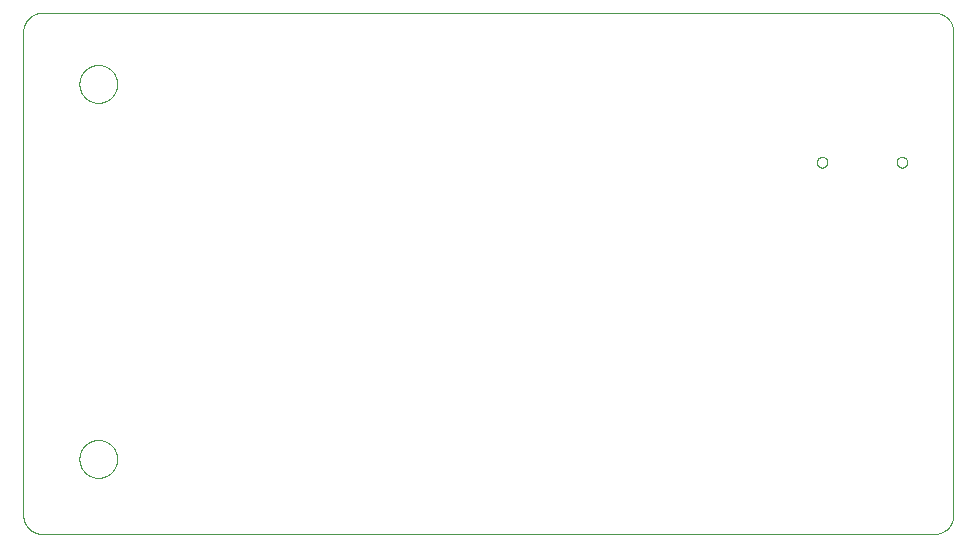
<source format=gko>
G75*
%MOIN*%
%OFA0B0*%
%FSLAX25Y25*%
%IPPOS*%
%LPD*%
%AMOC8*
5,1,8,0,0,1.08239X$1,22.5*
%
%ADD10C,0.00000*%
D10*
X0000000Y0006250D02*
X0000000Y0167450D01*
X0000000Y0167460D01*
X0000002Y0167616D01*
X0000008Y0167771D01*
X0000018Y0167927D01*
X0000032Y0168082D01*
X0000050Y0168236D01*
X0000071Y0168390D01*
X0000097Y0168544D01*
X0000126Y0168697D01*
X0000159Y0168849D01*
X0000195Y0169000D01*
X0000236Y0169151D01*
X0000280Y0169300D01*
X0000328Y0169448D01*
X0000380Y0169595D01*
X0000435Y0169740D01*
X0000494Y0169885D01*
X0000556Y0170027D01*
X0000622Y0170168D01*
X0000691Y0170308D01*
X0000764Y0170445D01*
X0000841Y0170581D01*
X0000920Y0170715D01*
X0001003Y0170846D01*
X0001090Y0170976D01*
X0001179Y0171103D01*
X0001271Y0171228D01*
X0001367Y0171351D01*
X0001466Y0171472D01*
X0001567Y0171590D01*
X0001672Y0171705D01*
X0001779Y0171818D01*
X0001890Y0171928D01*
X0002002Y0172035D01*
X0002118Y0172139D01*
X0002236Y0172241D01*
X0002357Y0172339D01*
X0002480Y0172435D01*
X0002605Y0172527D01*
X0002732Y0172616D01*
X0002862Y0172702D01*
X0002994Y0172785D01*
X0003128Y0172864D01*
X0003264Y0172940D01*
X0003401Y0173013D01*
X0003541Y0173082D01*
X0003682Y0173148D01*
X0003825Y0173210D01*
X0003969Y0173269D01*
X0004114Y0173324D01*
X0004261Y0173375D01*
X0004410Y0173423D01*
X0004559Y0173467D01*
X0004709Y0173507D01*
X0004861Y0173544D01*
X0005013Y0173576D01*
X0005166Y0173605D01*
X0005319Y0173630D01*
X0005474Y0173652D01*
X0005628Y0173669D01*
X0005783Y0173683D01*
X0005939Y0173692D01*
X0006094Y0173698D01*
X0006250Y0173700D01*
X0303750Y0173700D01*
X0303906Y0173698D01*
X0304062Y0173692D01*
X0304217Y0173683D01*
X0304372Y0173669D01*
X0304527Y0173651D01*
X0304682Y0173630D01*
X0304835Y0173605D01*
X0304988Y0173576D01*
X0305141Y0173543D01*
X0305292Y0173507D01*
X0305443Y0173466D01*
X0305592Y0173422D01*
X0305741Y0173375D01*
X0305888Y0173323D01*
X0306033Y0173268D01*
X0306178Y0173209D01*
X0306321Y0173147D01*
X0306462Y0173081D01*
X0306601Y0173012D01*
X0306739Y0172939D01*
X0306875Y0172863D01*
X0307009Y0172783D01*
X0307141Y0172700D01*
X0307271Y0172614D01*
X0307398Y0172525D01*
X0307524Y0172432D01*
X0307647Y0172336D01*
X0307767Y0172238D01*
X0307886Y0172136D01*
X0308001Y0172032D01*
X0308114Y0171924D01*
X0308224Y0171814D01*
X0308332Y0171701D01*
X0308436Y0171586D01*
X0308538Y0171467D01*
X0308636Y0171347D01*
X0308732Y0171224D01*
X0308825Y0171098D01*
X0308914Y0170971D01*
X0309000Y0170841D01*
X0309083Y0170709D01*
X0309163Y0170575D01*
X0309239Y0170439D01*
X0309312Y0170301D01*
X0309381Y0170162D01*
X0309447Y0170021D01*
X0309509Y0169878D01*
X0309568Y0169733D01*
X0309623Y0169588D01*
X0309675Y0169441D01*
X0309722Y0169292D01*
X0309766Y0169143D01*
X0309807Y0168992D01*
X0309843Y0168841D01*
X0309876Y0168688D01*
X0309905Y0168535D01*
X0309930Y0168382D01*
X0309951Y0168227D01*
X0309969Y0168072D01*
X0309983Y0167917D01*
X0309992Y0167762D01*
X0309998Y0167606D01*
X0310000Y0167450D01*
X0310000Y0006250D01*
X0309998Y0006094D01*
X0309992Y0005938D01*
X0309983Y0005783D01*
X0309969Y0005628D01*
X0309951Y0005473D01*
X0309930Y0005318D01*
X0309905Y0005165D01*
X0309876Y0005012D01*
X0309843Y0004859D01*
X0309807Y0004708D01*
X0309766Y0004557D01*
X0309722Y0004408D01*
X0309675Y0004259D01*
X0309623Y0004112D01*
X0309568Y0003967D01*
X0309509Y0003822D01*
X0309447Y0003679D01*
X0309381Y0003538D01*
X0309312Y0003399D01*
X0309239Y0003261D01*
X0309163Y0003125D01*
X0309083Y0002991D01*
X0309000Y0002859D01*
X0308914Y0002729D01*
X0308825Y0002602D01*
X0308732Y0002476D01*
X0308636Y0002353D01*
X0308538Y0002233D01*
X0308436Y0002114D01*
X0308332Y0001999D01*
X0308224Y0001886D01*
X0308114Y0001776D01*
X0308001Y0001668D01*
X0307886Y0001564D01*
X0307767Y0001462D01*
X0307647Y0001364D01*
X0307524Y0001268D01*
X0307398Y0001175D01*
X0307271Y0001086D01*
X0307141Y0001000D01*
X0307009Y0000917D01*
X0306875Y0000837D01*
X0306739Y0000761D01*
X0306601Y0000688D01*
X0306462Y0000619D01*
X0306321Y0000553D01*
X0306178Y0000491D01*
X0306033Y0000432D01*
X0305888Y0000377D01*
X0305741Y0000325D01*
X0305592Y0000278D01*
X0305443Y0000234D01*
X0305292Y0000193D01*
X0305141Y0000157D01*
X0304988Y0000124D01*
X0304835Y0000095D01*
X0304682Y0000070D01*
X0304527Y0000049D01*
X0304372Y0000031D01*
X0304217Y0000017D01*
X0304062Y0000008D01*
X0303906Y0000002D01*
X0303750Y0000000D01*
X0006250Y0000000D01*
X0006094Y0000002D01*
X0005938Y0000008D01*
X0005783Y0000017D01*
X0005628Y0000031D01*
X0005473Y0000049D01*
X0005318Y0000070D01*
X0005165Y0000095D01*
X0005012Y0000124D01*
X0004859Y0000157D01*
X0004708Y0000193D01*
X0004557Y0000234D01*
X0004408Y0000278D01*
X0004259Y0000325D01*
X0004112Y0000377D01*
X0003967Y0000432D01*
X0003822Y0000491D01*
X0003679Y0000553D01*
X0003538Y0000619D01*
X0003399Y0000688D01*
X0003261Y0000761D01*
X0003125Y0000837D01*
X0002991Y0000917D01*
X0002859Y0001000D01*
X0002729Y0001086D01*
X0002602Y0001175D01*
X0002476Y0001268D01*
X0002353Y0001364D01*
X0002233Y0001462D01*
X0002114Y0001564D01*
X0001999Y0001668D01*
X0001886Y0001776D01*
X0001776Y0001886D01*
X0001668Y0001999D01*
X0001564Y0002114D01*
X0001462Y0002233D01*
X0001364Y0002353D01*
X0001268Y0002476D01*
X0001175Y0002602D01*
X0001086Y0002729D01*
X0001000Y0002859D01*
X0000917Y0002991D01*
X0000837Y0003125D01*
X0000761Y0003261D01*
X0000688Y0003399D01*
X0000619Y0003538D01*
X0000553Y0003679D01*
X0000491Y0003822D01*
X0000432Y0003967D01*
X0000377Y0004112D01*
X0000325Y0004259D01*
X0000278Y0004408D01*
X0000234Y0004557D01*
X0000193Y0004708D01*
X0000157Y0004859D01*
X0000124Y0005012D01*
X0000095Y0005165D01*
X0000070Y0005318D01*
X0000049Y0005473D01*
X0000031Y0005628D01*
X0000017Y0005783D01*
X0000008Y0005938D01*
X0000002Y0006094D01*
X0000000Y0006250D01*
X0000000Y0167450D02*
X0000000Y0167460D01*
X0018701Y0150000D02*
X0018703Y0150158D01*
X0018709Y0150316D01*
X0018719Y0150474D01*
X0018733Y0150632D01*
X0018751Y0150789D01*
X0018772Y0150946D01*
X0018798Y0151102D01*
X0018828Y0151258D01*
X0018861Y0151413D01*
X0018899Y0151566D01*
X0018940Y0151719D01*
X0018985Y0151871D01*
X0019034Y0152022D01*
X0019087Y0152171D01*
X0019143Y0152319D01*
X0019203Y0152465D01*
X0019267Y0152610D01*
X0019335Y0152753D01*
X0019406Y0152895D01*
X0019480Y0153035D01*
X0019558Y0153172D01*
X0019640Y0153308D01*
X0019724Y0153442D01*
X0019813Y0153573D01*
X0019904Y0153702D01*
X0019999Y0153829D01*
X0020096Y0153954D01*
X0020197Y0154076D01*
X0020301Y0154195D01*
X0020408Y0154312D01*
X0020518Y0154426D01*
X0020631Y0154537D01*
X0020746Y0154646D01*
X0020864Y0154751D01*
X0020985Y0154853D01*
X0021108Y0154953D01*
X0021234Y0155049D01*
X0021362Y0155142D01*
X0021492Y0155232D01*
X0021625Y0155318D01*
X0021760Y0155402D01*
X0021896Y0155481D01*
X0022035Y0155558D01*
X0022176Y0155630D01*
X0022318Y0155700D01*
X0022462Y0155765D01*
X0022608Y0155827D01*
X0022755Y0155885D01*
X0022904Y0155940D01*
X0023054Y0155991D01*
X0023205Y0156038D01*
X0023357Y0156081D01*
X0023510Y0156120D01*
X0023665Y0156156D01*
X0023820Y0156187D01*
X0023976Y0156215D01*
X0024132Y0156239D01*
X0024289Y0156259D01*
X0024447Y0156275D01*
X0024604Y0156287D01*
X0024763Y0156295D01*
X0024921Y0156299D01*
X0025079Y0156299D01*
X0025237Y0156295D01*
X0025396Y0156287D01*
X0025553Y0156275D01*
X0025711Y0156259D01*
X0025868Y0156239D01*
X0026024Y0156215D01*
X0026180Y0156187D01*
X0026335Y0156156D01*
X0026490Y0156120D01*
X0026643Y0156081D01*
X0026795Y0156038D01*
X0026946Y0155991D01*
X0027096Y0155940D01*
X0027245Y0155885D01*
X0027392Y0155827D01*
X0027538Y0155765D01*
X0027682Y0155700D01*
X0027824Y0155630D01*
X0027965Y0155558D01*
X0028104Y0155481D01*
X0028240Y0155402D01*
X0028375Y0155318D01*
X0028508Y0155232D01*
X0028638Y0155142D01*
X0028766Y0155049D01*
X0028892Y0154953D01*
X0029015Y0154853D01*
X0029136Y0154751D01*
X0029254Y0154646D01*
X0029369Y0154537D01*
X0029482Y0154426D01*
X0029592Y0154312D01*
X0029699Y0154195D01*
X0029803Y0154076D01*
X0029904Y0153954D01*
X0030001Y0153829D01*
X0030096Y0153702D01*
X0030187Y0153573D01*
X0030276Y0153442D01*
X0030360Y0153308D01*
X0030442Y0153172D01*
X0030520Y0153035D01*
X0030594Y0152895D01*
X0030665Y0152753D01*
X0030733Y0152610D01*
X0030797Y0152465D01*
X0030857Y0152319D01*
X0030913Y0152171D01*
X0030966Y0152022D01*
X0031015Y0151871D01*
X0031060Y0151719D01*
X0031101Y0151566D01*
X0031139Y0151413D01*
X0031172Y0151258D01*
X0031202Y0151102D01*
X0031228Y0150946D01*
X0031249Y0150789D01*
X0031267Y0150632D01*
X0031281Y0150474D01*
X0031291Y0150316D01*
X0031297Y0150158D01*
X0031299Y0150000D01*
X0031297Y0149842D01*
X0031291Y0149684D01*
X0031281Y0149526D01*
X0031267Y0149368D01*
X0031249Y0149211D01*
X0031228Y0149054D01*
X0031202Y0148898D01*
X0031172Y0148742D01*
X0031139Y0148587D01*
X0031101Y0148434D01*
X0031060Y0148281D01*
X0031015Y0148129D01*
X0030966Y0147978D01*
X0030913Y0147829D01*
X0030857Y0147681D01*
X0030797Y0147535D01*
X0030733Y0147390D01*
X0030665Y0147247D01*
X0030594Y0147105D01*
X0030520Y0146965D01*
X0030442Y0146828D01*
X0030360Y0146692D01*
X0030276Y0146558D01*
X0030187Y0146427D01*
X0030096Y0146298D01*
X0030001Y0146171D01*
X0029904Y0146046D01*
X0029803Y0145924D01*
X0029699Y0145805D01*
X0029592Y0145688D01*
X0029482Y0145574D01*
X0029369Y0145463D01*
X0029254Y0145354D01*
X0029136Y0145249D01*
X0029015Y0145147D01*
X0028892Y0145047D01*
X0028766Y0144951D01*
X0028638Y0144858D01*
X0028508Y0144768D01*
X0028375Y0144682D01*
X0028240Y0144598D01*
X0028104Y0144519D01*
X0027965Y0144442D01*
X0027824Y0144370D01*
X0027682Y0144300D01*
X0027538Y0144235D01*
X0027392Y0144173D01*
X0027245Y0144115D01*
X0027096Y0144060D01*
X0026946Y0144009D01*
X0026795Y0143962D01*
X0026643Y0143919D01*
X0026490Y0143880D01*
X0026335Y0143844D01*
X0026180Y0143813D01*
X0026024Y0143785D01*
X0025868Y0143761D01*
X0025711Y0143741D01*
X0025553Y0143725D01*
X0025396Y0143713D01*
X0025237Y0143705D01*
X0025079Y0143701D01*
X0024921Y0143701D01*
X0024763Y0143705D01*
X0024604Y0143713D01*
X0024447Y0143725D01*
X0024289Y0143741D01*
X0024132Y0143761D01*
X0023976Y0143785D01*
X0023820Y0143813D01*
X0023665Y0143844D01*
X0023510Y0143880D01*
X0023357Y0143919D01*
X0023205Y0143962D01*
X0023054Y0144009D01*
X0022904Y0144060D01*
X0022755Y0144115D01*
X0022608Y0144173D01*
X0022462Y0144235D01*
X0022318Y0144300D01*
X0022176Y0144370D01*
X0022035Y0144442D01*
X0021896Y0144519D01*
X0021760Y0144598D01*
X0021625Y0144682D01*
X0021492Y0144768D01*
X0021362Y0144858D01*
X0021234Y0144951D01*
X0021108Y0145047D01*
X0020985Y0145147D01*
X0020864Y0145249D01*
X0020746Y0145354D01*
X0020631Y0145463D01*
X0020518Y0145574D01*
X0020408Y0145688D01*
X0020301Y0145805D01*
X0020197Y0145924D01*
X0020096Y0146046D01*
X0019999Y0146171D01*
X0019904Y0146298D01*
X0019813Y0146427D01*
X0019724Y0146558D01*
X0019640Y0146692D01*
X0019558Y0146828D01*
X0019480Y0146965D01*
X0019406Y0147105D01*
X0019335Y0147247D01*
X0019267Y0147390D01*
X0019203Y0147535D01*
X0019143Y0147681D01*
X0019087Y0147829D01*
X0019034Y0147978D01*
X0018985Y0148129D01*
X0018940Y0148281D01*
X0018899Y0148434D01*
X0018861Y0148587D01*
X0018828Y0148742D01*
X0018798Y0148898D01*
X0018772Y0149054D01*
X0018751Y0149211D01*
X0018733Y0149368D01*
X0018719Y0149526D01*
X0018709Y0149684D01*
X0018703Y0149842D01*
X0018701Y0150000D01*
X0018701Y0025000D02*
X0018703Y0025158D01*
X0018709Y0025316D01*
X0018719Y0025474D01*
X0018733Y0025632D01*
X0018751Y0025789D01*
X0018772Y0025946D01*
X0018798Y0026102D01*
X0018828Y0026258D01*
X0018861Y0026413D01*
X0018899Y0026566D01*
X0018940Y0026719D01*
X0018985Y0026871D01*
X0019034Y0027022D01*
X0019087Y0027171D01*
X0019143Y0027319D01*
X0019203Y0027465D01*
X0019267Y0027610D01*
X0019335Y0027753D01*
X0019406Y0027895D01*
X0019480Y0028035D01*
X0019558Y0028172D01*
X0019640Y0028308D01*
X0019724Y0028442D01*
X0019813Y0028573D01*
X0019904Y0028702D01*
X0019999Y0028829D01*
X0020096Y0028954D01*
X0020197Y0029076D01*
X0020301Y0029195D01*
X0020408Y0029312D01*
X0020518Y0029426D01*
X0020631Y0029537D01*
X0020746Y0029646D01*
X0020864Y0029751D01*
X0020985Y0029853D01*
X0021108Y0029953D01*
X0021234Y0030049D01*
X0021362Y0030142D01*
X0021492Y0030232D01*
X0021625Y0030318D01*
X0021760Y0030402D01*
X0021896Y0030481D01*
X0022035Y0030558D01*
X0022176Y0030630D01*
X0022318Y0030700D01*
X0022462Y0030765D01*
X0022608Y0030827D01*
X0022755Y0030885D01*
X0022904Y0030940D01*
X0023054Y0030991D01*
X0023205Y0031038D01*
X0023357Y0031081D01*
X0023510Y0031120D01*
X0023665Y0031156D01*
X0023820Y0031187D01*
X0023976Y0031215D01*
X0024132Y0031239D01*
X0024289Y0031259D01*
X0024447Y0031275D01*
X0024604Y0031287D01*
X0024763Y0031295D01*
X0024921Y0031299D01*
X0025079Y0031299D01*
X0025237Y0031295D01*
X0025396Y0031287D01*
X0025553Y0031275D01*
X0025711Y0031259D01*
X0025868Y0031239D01*
X0026024Y0031215D01*
X0026180Y0031187D01*
X0026335Y0031156D01*
X0026490Y0031120D01*
X0026643Y0031081D01*
X0026795Y0031038D01*
X0026946Y0030991D01*
X0027096Y0030940D01*
X0027245Y0030885D01*
X0027392Y0030827D01*
X0027538Y0030765D01*
X0027682Y0030700D01*
X0027824Y0030630D01*
X0027965Y0030558D01*
X0028104Y0030481D01*
X0028240Y0030402D01*
X0028375Y0030318D01*
X0028508Y0030232D01*
X0028638Y0030142D01*
X0028766Y0030049D01*
X0028892Y0029953D01*
X0029015Y0029853D01*
X0029136Y0029751D01*
X0029254Y0029646D01*
X0029369Y0029537D01*
X0029482Y0029426D01*
X0029592Y0029312D01*
X0029699Y0029195D01*
X0029803Y0029076D01*
X0029904Y0028954D01*
X0030001Y0028829D01*
X0030096Y0028702D01*
X0030187Y0028573D01*
X0030276Y0028442D01*
X0030360Y0028308D01*
X0030442Y0028172D01*
X0030520Y0028035D01*
X0030594Y0027895D01*
X0030665Y0027753D01*
X0030733Y0027610D01*
X0030797Y0027465D01*
X0030857Y0027319D01*
X0030913Y0027171D01*
X0030966Y0027022D01*
X0031015Y0026871D01*
X0031060Y0026719D01*
X0031101Y0026566D01*
X0031139Y0026413D01*
X0031172Y0026258D01*
X0031202Y0026102D01*
X0031228Y0025946D01*
X0031249Y0025789D01*
X0031267Y0025632D01*
X0031281Y0025474D01*
X0031291Y0025316D01*
X0031297Y0025158D01*
X0031299Y0025000D01*
X0031297Y0024842D01*
X0031291Y0024684D01*
X0031281Y0024526D01*
X0031267Y0024368D01*
X0031249Y0024211D01*
X0031228Y0024054D01*
X0031202Y0023898D01*
X0031172Y0023742D01*
X0031139Y0023587D01*
X0031101Y0023434D01*
X0031060Y0023281D01*
X0031015Y0023129D01*
X0030966Y0022978D01*
X0030913Y0022829D01*
X0030857Y0022681D01*
X0030797Y0022535D01*
X0030733Y0022390D01*
X0030665Y0022247D01*
X0030594Y0022105D01*
X0030520Y0021965D01*
X0030442Y0021828D01*
X0030360Y0021692D01*
X0030276Y0021558D01*
X0030187Y0021427D01*
X0030096Y0021298D01*
X0030001Y0021171D01*
X0029904Y0021046D01*
X0029803Y0020924D01*
X0029699Y0020805D01*
X0029592Y0020688D01*
X0029482Y0020574D01*
X0029369Y0020463D01*
X0029254Y0020354D01*
X0029136Y0020249D01*
X0029015Y0020147D01*
X0028892Y0020047D01*
X0028766Y0019951D01*
X0028638Y0019858D01*
X0028508Y0019768D01*
X0028375Y0019682D01*
X0028240Y0019598D01*
X0028104Y0019519D01*
X0027965Y0019442D01*
X0027824Y0019370D01*
X0027682Y0019300D01*
X0027538Y0019235D01*
X0027392Y0019173D01*
X0027245Y0019115D01*
X0027096Y0019060D01*
X0026946Y0019009D01*
X0026795Y0018962D01*
X0026643Y0018919D01*
X0026490Y0018880D01*
X0026335Y0018844D01*
X0026180Y0018813D01*
X0026024Y0018785D01*
X0025868Y0018761D01*
X0025711Y0018741D01*
X0025553Y0018725D01*
X0025396Y0018713D01*
X0025237Y0018705D01*
X0025079Y0018701D01*
X0024921Y0018701D01*
X0024763Y0018705D01*
X0024604Y0018713D01*
X0024447Y0018725D01*
X0024289Y0018741D01*
X0024132Y0018761D01*
X0023976Y0018785D01*
X0023820Y0018813D01*
X0023665Y0018844D01*
X0023510Y0018880D01*
X0023357Y0018919D01*
X0023205Y0018962D01*
X0023054Y0019009D01*
X0022904Y0019060D01*
X0022755Y0019115D01*
X0022608Y0019173D01*
X0022462Y0019235D01*
X0022318Y0019300D01*
X0022176Y0019370D01*
X0022035Y0019442D01*
X0021896Y0019519D01*
X0021760Y0019598D01*
X0021625Y0019682D01*
X0021492Y0019768D01*
X0021362Y0019858D01*
X0021234Y0019951D01*
X0021108Y0020047D01*
X0020985Y0020147D01*
X0020864Y0020249D01*
X0020746Y0020354D01*
X0020631Y0020463D01*
X0020518Y0020574D01*
X0020408Y0020688D01*
X0020301Y0020805D01*
X0020197Y0020924D01*
X0020096Y0021046D01*
X0019999Y0021171D01*
X0019904Y0021298D01*
X0019813Y0021427D01*
X0019724Y0021558D01*
X0019640Y0021692D01*
X0019558Y0021828D01*
X0019480Y0021965D01*
X0019406Y0022105D01*
X0019335Y0022247D01*
X0019267Y0022390D01*
X0019203Y0022535D01*
X0019143Y0022681D01*
X0019087Y0022829D01*
X0019034Y0022978D01*
X0018985Y0023129D01*
X0018940Y0023281D01*
X0018899Y0023434D01*
X0018861Y0023587D01*
X0018828Y0023742D01*
X0018798Y0023898D01*
X0018772Y0024054D01*
X0018751Y0024211D01*
X0018733Y0024368D01*
X0018719Y0024526D01*
X0018709Y0024684D01*
X0018703Y0024842D01*
X0018701Y0025000D01*
X0291128Y0123900D02*
X0291130Y0123984D01*
X0291136Y0124067D01*
X0291146Y0124150D01*
X0291160Y0124233D01*
X0291177Y0124315D01*
X0291199Y0124396D01*
X0291224Y0124475D01*
X0291253Y0124554D01*
X0291286Y0124631D01*
X0291322Y0124706D01*
X0291362Y0124780D01*
X0291405Y0124852D01*
X0291452Y0124921D01*
X0291502Y0124988D01*
X0291555Y0125053D01*
X0291611Y0125115D01*
X0291669Y0125175D01*
X0291731Y0125232D01*
X0291795Y0125285D01*
X0291862Y0125336D01*
X0291931Y0125383D01*
X0292002Y0125428D01*
X0292075Y0125468D01*
X0292150Y0125505D01*
X0292227Y0125539D01*
X0292305Y0125569D01*
X0292384Y0125595D01*
X0292465Y0125618D01*
X0292547Y0125636D01*
X0292629Y0125651D01*
X0292712Y0125662D01*
X0292795Y0125669D01*
X0292879Y0125672D01*
X0292963Y0125671D01*
X0293046Y0125666D01*
X0293130Y0125657D01*
X0293212Y0125644D01*
X0293294Y0125628D01*
X0293375Y0125607D01*
X0293456Y0125583D01*
X0293534Y0125555D01*
X0293612Y0125523D01*
X0293688Y0125487D01*
X0293762Y0125448D01*
X0293834Y0125406D01*
X0293904Y0125360D01*
X0293972Y0125311D01*
X0294037Y0125259D01*
X0294100Y0125204D01*
X0294160Y0125146D01*
X0294218Y0125085D01*
X0294272Y0125021D01*
X0294324Y0124955D01*
X0294372Y0124887D01*
X0294417Y0124816D01*
X0294458Y0124743D01*
X0294497Y0124669D01*
X0294531Y0124593D01*
X0294562Y0124515D01*
X0294589Y0124436D01*
X0294613Y0124355D01*
X0294632Y0124274D01*
X0294648Y0124192D01*
X0294660Y0124109D01*
X0294668Y0124025D01*
X0294672Y0123942D01*
X0294672Y0123858D01*
X0294668Y0123775D01*
X0294660Y0123691D01*
X0294648Y0123608D01*
X0294632Y0123526D01*
X0294613Y0123445D01*
X0294589Y0123364D01*
X0294562Y0123285D01*
X0294531Y0123207D01*
X0294497Y0123131D01*
X0294458Y0123057D01*
X0294417Y0122984D01*
X0294372Y0122913D01*
X0294324Y0122845D01*
X0294272Y0122779D01*
X0294218Y0122715D01*
X0294160Y0122654D01*
X0294100Y0122596D01*
X0294037Y0122541D01*
X0293972Y0122489D01*
X0293904Y0122440D01*
X0293834Y0122394D01*
X0293762Y0122352D01*
X0293688Y0122313D01*
X0293612Y0122277D01*
X0293534Y0122245D01*
X0293456Y0122217D01*
X0293375Y0122193D01*
X0293294Y0122172D01*
X0293212Y0122156D01*
X0293130Y0122143D01*
X0293046Y0122134D01*
X0292963Y0122129D01*
X0292879Y0122128D01*
X0292795Y0122131D01*
X0292712Y0122138D01*
X0292629Y0122149D01*
X0292547Y0122164D01*
X0292465Y0122182D01*
X0292384Y0122205D01*
X0292305Y0122231D01*
X0292227Y0122261D01*
X0292150Y0122295D01*
X0292075Y0122332D01*
X0292002Y0122372D01*
X0291931Y0122417D01*
X0291862Y0122464D01*
X0291795Y0122515D01*
X0291731Y0122568D01*
X0291669Y0122625D01*
X0291611Y0122685D01*
X0291555Y0122747D01*
X0291502Y0122812D01*
X0291452Y0122879D01*
X0291405Y0122948D01*
X0291362Y0123020D01*
X0291322Y0123094D01*
X0291286Y0123169D01*
X0291253Y0123246D01*
X0291224Y0123325D01*
X0291199Y0123404D01*
X0291177Y0123485D01*
X0291160Y0123567D01*
X0291146Y0123650D01*
X0291136Y0123733D01*
X0291130Y0123816D01*
X0291128Y0123900D01*
X0264528Y0123900D02*
X0264530Y0123984D01*
X0264536Y0124067D01*
X0264546Y0124150D01*
X0264560Y0124233D01*
X0264577Y0124315D01*
X0264599Y0124396D01*
X0264624Y0124475D01*
X0264653Y0124554D01*
X0264686Y0124631D01*
X0264722Y0124706D01*
X0264762Y0124780D01*
X0264805Y0124852D01*
X0264852Y0124921D01*
X0264902Y0124988D01*
X0264955Y0125053D01*
X0265011Y0125115D01*
X0265069Y0125175D01*
X0265131Y0125232D01*
X0265195Y0125285D01*
X0265262Y0125336D01*
X0265331Y0125383D01*
X0265402Y0125428D01*
X0265475Y0125468D01*
X0265550Y0125505D01*
X0265627Y0125539D01*
X0265705Y0125569D01*
X0265784Y0125595D01*
X0265865Y0125618D01*
X0265947Y0125636D01*
X0266029Y0125651D01*
X0266112Y0125662D01*
X0266195Y0125669D01*
X0266279Y0125672D01*
X0266363Y0125671D01*
X0266446Y0125666D01*
X0266530Y0125657D01*
X0266612Y0125644D01*
X0266694Y0125628D01*
X0266775Y0125607D01*
X0266856Y0125583D01*
X0266934Y0125555D01*
X0267012Y0125523D01*
X0267088Y0125487D01*
X0267162Y0125448D01*
X0267234Y0125406D01*
X0267304Y0125360D01*
X0267372Y0125311D01*
X0267437Y0125259D01*
X0267500Y0125204D01*
X0267560Y0125146D01*
X0267618Y0125085D01*
X0267672Y0125021D01*
X0267724Y0124955D01*
X0267772Y0124887D01*
X0267817Y0124816D01*
X0267858Y0124743D01*
X0267897Y0124669D01*
X0267931Y0124593D01*
X0267962Y0124515D01*
X0267989Y0124436D01*
X0268013Y0124355D01*
X0268032Y0124274D01*
X0268048Y0124192D01*
X0268060Y0124109D01*
X0268068Y0124025D01*
X0268072Y0123942D01*
X0268072Y0123858D01*
X0268068Y0123775D01*
X0268060Y0123691D01*
X0268048Y0123608D01*
X0268032Y0123526D01*
X0268013Y0123445D01*
X0267989Y0123364D01*
X0267962Y0123285D01*
X0267931Y0123207D01*
X0267897Y0123131D01*
X0267858Y0123057D01*
X0267817Y0122984D01*
X0267772Y0122913D01*
X0267724Y0122845D01*
X0267672Y0122779D01*
X0267618Y0122715D01*
X0267560Y0122654D01*
X0267500Y0122596D01*
X0267437Y0122541D01*
X0267372Y0122489D01*
X0267304Y0122440D01*
X0267234Y0122394D01*
X0267162Y0122352D01*
X0267088Y0122313D01*
X0267012Y0122277D01*
X0266934Y0122245D01*
X0266856Y0122217D01*
X0266775Y0122193D01*
X0266694Y0122172D01*
X0266612Y0122156D01*
X0266530Y0122143D01*
X0266446Y0122134D01*
X0266363Y0122129D01*
X0266279Y0122128D01*
X0266195Y0122131D01*
X0266112Y0122138D01*
X0266029Y0122149D01*
X0265947Y0122164D01*
X0265865Y0122182D01*
X0265784Y0122205D01*
X0265705Y0122231D01*
X0265627Y0122261D01*
X0265550Y0122295D01*
X0265475Y0122332D01*
X0265402Y0122372D01*
X0265331Y0122417D01*
X0265262Y0122464D01*
X0265195Y0122515D01*
X0265131Y0122568D01*
X0265069Y0122625D01*
X0265011Y0122685D01*
X0264955Y0122747D01*
X0264902Y0122812D01*
X0264852Y0122879D01*
X0264805Y0122948D01*
X0264762Y0123020D01*
X0264722Y0123094D01*
X0264686Y0123169D01*
X0264653Y0123246D01*
X0264624Y0123325D01*
X0264599Y0123404D01*
X0264577Y0123485D01*
X0264560Y0123567D01*
X0264546Y0123650D01*
X0264536Y0123733D01*
X0264530Y0123816D01*
X0264528Y0123900D01*
M02*

</source>
